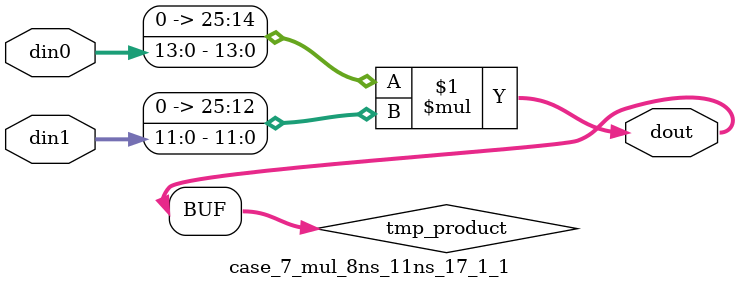
<source format=v>

`timescale 1 ns / 1 ps

 (* use_dsp = "no" *)  module case_7_mul_8ns_11ns_17_1_1(din0, din1, dout);
parameter ID = 1;
parameter NUM_STAGE = 0;
parameter din0_WIDTH = 14;
parameter din1_WIDTH = 12;
parameter dout_WIDTH = 26;

input [din0_WIDTH - 1 : 0] din0; 
input [din1_WIDTH - 1 : 0] din1; 
output [dout_WIDTH - 1 : 0] dout;

wire signed [dout_WIDTH - 1 : 0] tmp_product;
























assign tmp_product = $signed({1'b0, din0}) * $signed({1'b0, din1});











assign dout = tmp_product;





















endmodule

</source>
